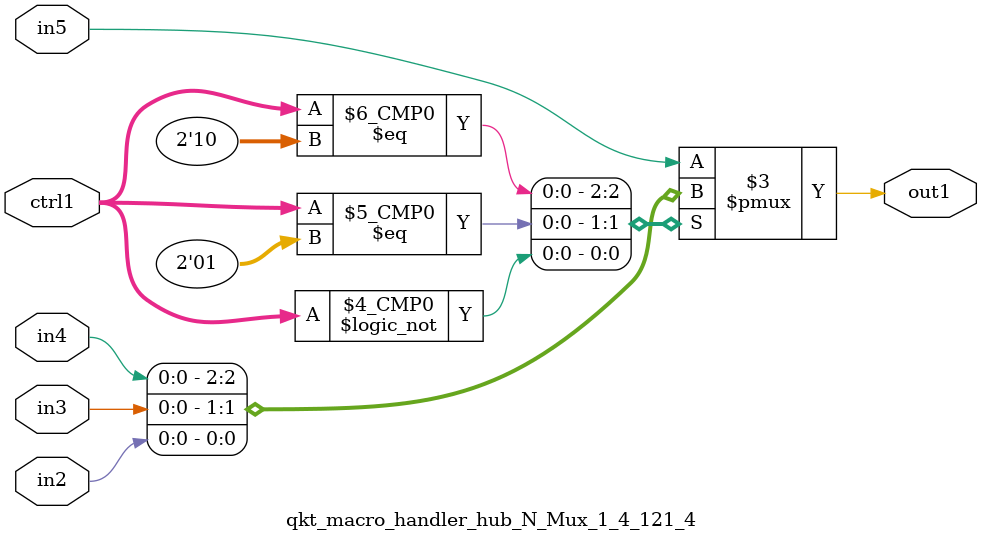
<source format=v>

`timescale 1ps / 1ps


module qkt_macro_handler_hub_N_Mux_1_4_121_4( in5, in4, in3, in2, ctrl1, out1 );

    input in5;
    input in4;
    input in3;
    input in2;
    input [1:0] ctrl1;
    output out1;
    reg out1;

    
    // rtl_process:qkt_macro_handler_hub_N_Mux_1_4_121_4/qkt_macro_handler_hub_N_Mux_1_4_121_4_thread_1
    always @*
      begin : qkt_macro_handler_hub_N_Mux_1_4_121_4_thread_1
        case (ctrl1) 
          2'd2: 
            begin
              out1 = in4;
            end
          2'd1: 
            begin
              out1 = in3;
            end
          2'd0: 
            begin
              out1 = in2;
            end
          default: 
            begin
              out1 = in5;
            end
        endcase
      end

endmodule





</source>
